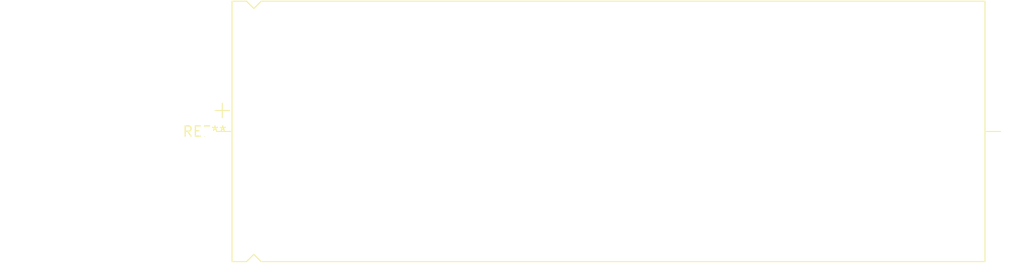
<source format=kicad_pcb>
(kicad_pcb (version 20240108) (generator pcbnew)
  (layers (0 "F.Cu" signal) (31 "B.Cu" signal) (34 "B.Paste" user) (35 "F.Paste" user) (36 "B.SilkS" user "B.Silkscreen") (37 "F.SilkS" user "F.Silkscreen") (38 "B.Mask" user) (39 "F.Mask" user) (44 "Edge.Cuts" user))
  (net 0 "")
  (footprint "CP_Axial_L93.0mm_D32.0mm_P100.00mm_Horizontal" (layer "F.Cu") (at 0 0)
    (property "Reference" "REF**")
    (property "Value" "CP_Axial_L93.0mm_D32.0mm_P100.00mm_Horizontal")
    (fp_line (start 1.28 -2.6) (end 3.08 -2.6) (layer "F.SilkS") (stroke (width 0.12)))
    (fp_line (start 1.44 0) (end 3.38 0) (layer "F.SilkS") (stroke (width 0.12)))
    (fp_line (start 2.18 -3.5) (end 2.18 -1.7) (layer "F.SilkS") (stroke (width 0.12)))
    (fp_line (start 3.38 -16.12) (end 3.38 16.12) (layer "F.SilkS") (stroke (width 0.12)))
    (fp_line (start 3.38 -16.12) (end 5.18 -16.12) (layer "F.SilkS") (stroke (width 0.12)))
    (fp_line (start 3.38 16.12) (end 5.18 16.12) (layer "F.SilkS") (stroke (width 0.12)))
    (fp_line (start 5.18 -16.12) (end 6.08 -15.22) (layer "F.SilkS") (stroke (width 0.12)))
    (fp_line (start 5.18 16.12) (end 6.08 15.22) (layer "F.SilkS") (stroke (width 0.12)))
    (fp_line (start 6.08 -15.22) (end 6.98 -16.12) (layer "F.SilkS") (stroke (width 0.12)))
    (fp_line (start 6.08 15.22) (end 6.98 16.12) (layer "F.SilkS") (stroke (width 0.12)))
    (fp_line (start 6.98 -16.12) (end 96.62 -16.12) (layer "F.SilkS") (stroke (width 0.12)))
    (fp_line (start 6.98 16.12) (end 96.62 16.12) (layer "F.SilkS") (stroke (width 0.12)))
    (fp_line (start 96.62 -16.12) (end 96.62 16.12) (layer "F.SilkS") (stroke (width 0.12)))
    (fp_line (start 98.56 0) (end 96.62 0) (layer "F.SilkS") (stroke (width 0.12)))
    (pad "1" thru_hole rect (at 0 0) (size 2.4 2.4) (drill 1.2) (layers *.Cu *.Mask) (remove_unused_layers))
    (pad "2" thru_hole oval (at 100 0) (size 2.4 2.4) (drill 1.2) (layers *.Cu *.Mask) (remove_unused_layers))
  )
)
</source>
